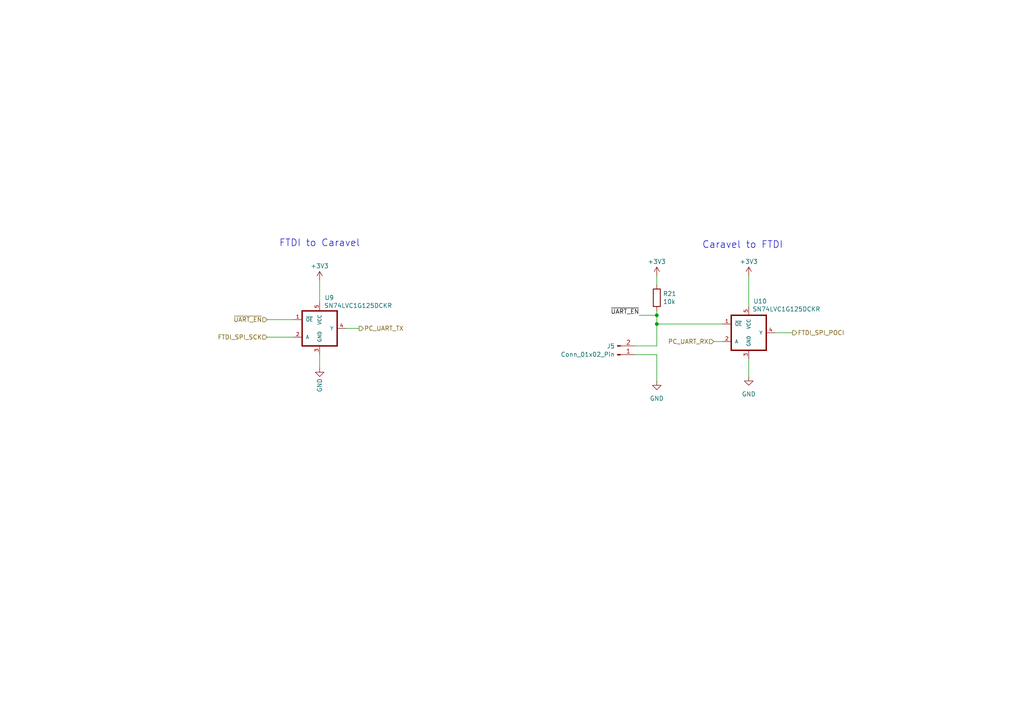
<source format=kicad_sch>
(kicad_sch (version 20231120) (generator "eeschema") (generator_version "8.0")
  (paper "A4")
  (title_block (title "UART Buffers") (date "2024-05-30") (rev "0.1"))
  (lib_symbols
    (symbol "Caravel_board:SN74LVC1G125DCKR" (pin_names (offset 1.016))
      (property "Reference" "U" (at -3.175 6.35 0))
      (property "Value" "SN74LVC1G125DCKR" (at -20.32 -8.255 0))
      (symbol "SN74LVC1G125DCKR_0_0"
        (polyline (pts (xy -5.08 -5.08) (xy 5.08 -5.08)) (stroke (width 0.4064)))
        (polyline (pts (xy -5.08 5.08) (xy -5.08 -5.08)) (stroke (width 0.4064)))
        (polyline (pts (xy 5.08 -5.08) (xy 5.08 5.08)) (stroke (width 0.4064)))
        (polyline (pts (xy 5.08 5.08) (xy -5.08 5.08)) (stroke (width 0.4064)))
        (pin input line (at -7.62 2.54 0) (length 2.54) (name "~{OE}") (number "1"))
        (pin input line (at -7.62 -2.54 0) (length 2.54) (name "A") (number "2"))
        (pin passive line (at 0 -7.62 90) (length 2.54) (name "GND") (number "3"))
        (pin output line (at 7.62 0 180) (length 2.54) (name "Y") (number "4"))
      )
      (symbol "SN74LVC1G125DCKR_1_0"
        (pin power_in line (at 0 7.62 270) (length 2.54) (name "VCC") (number "5"))
      )
    )
    (symbol "Connector:Conn_01x02_Pin" (pin_names (offset 1.016) hide)
      (property "Reference" "J" (at 0 2.54 0))
      (property "Value" "Conn_01x02_Pin" (at 0 -5.08 0))
      (symbol "Conn_01x02_Pin_1_1"
        (polyline (pts (xy 1.27 -2.54) (xy 0.8636 -2.54)) (stroke (width 0.1524)))
        (polyline (pts (xy 1.27 0) (xy 0.8636 0)) (stroke (width 0.1524)))
        (rectangle (start 0.8636 -2.413) (end 0 -2.667) (stroke (width 0.1524)) (fill (type outline)))
        (rectangle (start 0.8636 0.127) (end 0 -0.127) (stroke (width 0.1524)) (fill (type outline)))
        (pin passive line (at 5.08 0 180) (length 3.81) (name "Pin_1") (number "1"))
        (pin passive line (at 5.08 -2.54 180) (length 3.81) (name "Pin_2") (number "2"))
      )
    )
    (symbol "Device:R" (pin_numbers hide) (pin_names (offset 0))
      (property "Reference" "R" (at 2.032 0 90))
      (property "Value" "R" (at 0 0 90))
      (symbol "R_0_1"
        (rectangle (start -1.016 -2.54) (end 1.016 2.54) (stroke (width 0.254)))
      )
      (symbol "R_1_1"
        (pin passive line (at 0 3.81 270) (length 1.27) (name "~") (number "1"))
        (pin passive line (at 0 -3.81 90) (length 1.27) (name "~") (number "2"))
      )
    )
    (symbol "power:+3V3" (power) (pin_numbers hide) (pin_names (offset 0) hide)
      (property "Value" "+3V3" (at 0 3.556 0))
      (symbol "+3V3_0_1"
        (polyline (pts (xy -0.762 1.27) (xy 0 2.54)))
        (polyline (pts (xy 0 0) (xy 0 2.54)))
        (polyline (pts (xy 0 2.54) (xy 0.762 1.27)))
      )
      (symbol "+3V3_1_1"
        (pin power_in line (at 0 0 90) (length 0) (name "~") (number "1"))
      )
    )
    (symbol "power:GND" (power) (pin_numbers hide) (pin_names (offset 0) hide)
      (property "Value" "GND" (at 0 -3.81 0))
      (symbol "GND_0_1"
        (polyline (pts (xy 0 0) (xy 0 -1.27) (xy 1.27 -1.27) (xy 0 -2.54) (xy -1.27 -1.27) (xy 0 -1.27)))
      )
      (symbol "GND_1_1"
        (pin power_in line (at 0 0 270) (length 0) (name "~") (number "1"))
      )
    )
  )
  (junction (at 190.5 91.44))
  (junction (at 190.5 93.98))
  (wire (pts (xy 100.33 95.25) (xy 104.14 95.25)))
  (wire (pts (xy 77.47 97.79) (xy 85.09 97.79)))
  (wire (pts (xy 217.17 104.14) (xy 217.17 109.22)))
  (wire (pts (xy 190.5 91.44) (xy 190.5 93.98)))
  (wire (pts (xy 190.5 110.49) (xy 190.5 102.87)))
  (wire (pts (xy 190.5 82.55) (xy 190.5 80.01)))
  (wire (pts (xy 207.01 99.06) (xy 209.55 99.06)))
  (wire (pts (xy 77.47 92.71) (xy 85.09 92.71)))
  (wire (pts (xy 190.5 90.17) (xy 190.5 91.44)))
  (wire (pts (xy 190.5 91.44) (xy 185.42 91.44)))
  (wire (pts (xy 184.15 102.87) (xy 190.5 102.87)))
  (wire (pts (xy 184.15 100.33) (xy 190.5 100.33)))
  (wire (pts (xy 92.71 81.28) (xy 92.71 87.63)))
  (wire (pts (xy 190.5 93.98) (xy 190.5 100.33)))
  (wire (pts (xy 217.17 88.9) (xy 217.17 80.01)))
  (wire (pts (xy 92.71 102.87) (xy 92.71 106.68)))
  (wire (pts (xy 190.5 93.98) (xy 209.55 93.98)))
  (wire (pts (xy 224.79 96.52) (xy 229.87 96.52)))
  (text "FTDI to Caravel" (at 92.71 70.612 0) (effects (font (size 2 2))))
  (text "Caravel to FTDI" (at 215.392 71.12 0) (effects (font (size 2 2))))
  (label "~{UART_EN}" (at 185.42 91.44 180))
  (hierarchical_label "PC_UART_TX" (shape output) (at 104.14 95.25 0))
  (hierarchical_label "~{UART_EN}" (shape input) (at 77.47 92.71 180))
  (hierarchical_label "FTDI_SPI_SCK" (shape input) (at 77.47 97.79 180))
  (hierarchical_label "PC_UART_RX" (shape input) (at 207.01 99.06 180))
  (hierarchical_label "FTDI_SPI_POCI" (shape output) (at 229.87 96.52 0))
  (symbol (lib_id "power:GND") (at 92.71 106.68 0) (unit 1)
    (property "Reference" "#PWR062" (effects (hide yes)))
    (property "Value" "GND" (at 92.71 111.76 90))
    (property "Description" "Power symbol creates a global label with name \"GND\" , ground" (effects (hide yes)))
  )
  (symbol (lib_id "power:+3V3") (at 190.5 80.01 0) (unit 1)
    (property "Reference" "#PWR063" (effects (hide yes)))
    (property "Value" "+3V3" (at 190.5 75.8769 0))
    (property "Description" "Power symbol creates a global label with name \"+3V3\"" (effects (hide yes)))
  )
  (symbol (lib_id "power:+3V3") (at 92.71 81.28 0) (unit 1)
    (property "Reference" "#PWR061" (effects (hide yes)))
    (property "Value" "+3V3" (at 92.71 77.1469 0))
    (property "Description" "Power symbol creates a global label with name \"+3V3\"" (effects (hide yes)))
  )
  (symbol (lib_id "power:GND") (at 217.17 109.22 0) (unit 1)
    (property "Reference" "#PWR066" (effects (hide yes)))
    (property "Value" "GND" (at 217.17 114.3 0))
    (property "Description" "Power symbol creates a global label with name \"GND\" , ground" (effects (hide yes)))
  )
  (symbol (lib_id "Device:R") (at 190.5 86.36 0) (unit 1)
    (property "Reference" "R21" (at 192.278 85.1916 0) (effects (justify left)))
    (property "Value" "10k" (at 192.278 87.503 0) (effects (justify left)))
    (property "Footprint" "Resistor_SMD:R_0805_2012Metric" (effects (hide yes)))
    (property "Description" "Resistor" (effects (hide yes)))
  )
  (symbol (lib_id "power:GND") (at 190.5 110.49 0) (unit 1)
    (property "Reference" "#PWR064" (effects (hide yes)))
    (property "Value" "GND" (at 190.5 115.57 0))
    (property "Description" "Power symbol creates a global label with name \"GND\" , ground" (effects (hide yes)))
  )
  (symbol (lib_id "Connector:Conn_01x02_Pin") (at 179.07 102.87 0) (mirror x) (unit 1)
    (property "Reference" "J5" (at 178.3589 100.3878 0) (effects (justify right)))
    (property "Value" "Conn_01x02_Pin" (at 178.3589 102.8121 0) (effects (justify right)))
    (property "Footprint" "Connector_PinHeader_2.54mm:PinHeader_1x02_P2.54mm_Vertical" (effects (hide yes)))
    (property "Description" "Generic connector, single row, 01x02, script generated" (effects (hide yes)))
  )
  (symbol (lib_id "Caravel_board:SN74LVC1G125DCKR") (at 217.17 96.52 0) (unit 1)
    (property "Reference" "U10" (at 220.472 87.376 0))
    (property "Value" "SN74LVC1G125DCKR" (at 228.092 89.662 0))
    (property "Footprint" "strive_foot_prints:SOT65P210X110-5N" (effects (hide yes)))
    (property "Datasheet" "SC-70-5" (effects (hide yes)))
    (property "Field4" "76C4082" (effects (hide yes)))
    (property "Field5" "Texas Instruments" (effects (hide yes)))
    (property "Field6" "SN74LVC1G125DCKR" (effects (hide yes)))
    (property "Field7" "1470771" (effects (hide yes)))
  )
  (symbol (lib_id "Caravel_board:SN74LVC1G125DCKR") (at 92.71 95.25 0) (unit 1)
    (property "Reference" "U9" (at 95.504 86.36 0))
    (property "Value" "SN74LVC1G125DCKR" (at 103.886 88.646 0))
    (property "Footprint" "strive_foot_prints:SOT65P210X110-5N" (effects (hide yes)))
    (property "Datasheet" "SC-70-5" (effects (hide yes)))
    (property "Field4" "76C4082" (effects (hide yes)))
    (property "Field5" "Texas Instruments" (effects (hide yes)))
    (property "Field6" "SN74LVC1G125DCKR" (effects (hide yes)))
    (property "Field7" "1470771" (effects (hide yes)))
  )
  (symbol (lib_id "power:+3V3") (at 217.17 80.01 0) (unit 1)
    (property "Reference" "#PWR065" (effects (hide yes)))
    (property "Value" "+3V3" (at 217.17 75.8769 0))
    (property "Description" "Power symbol creates a global label with name \"+3V3\"" (effects (hide yes)))
  )
)
</source>
